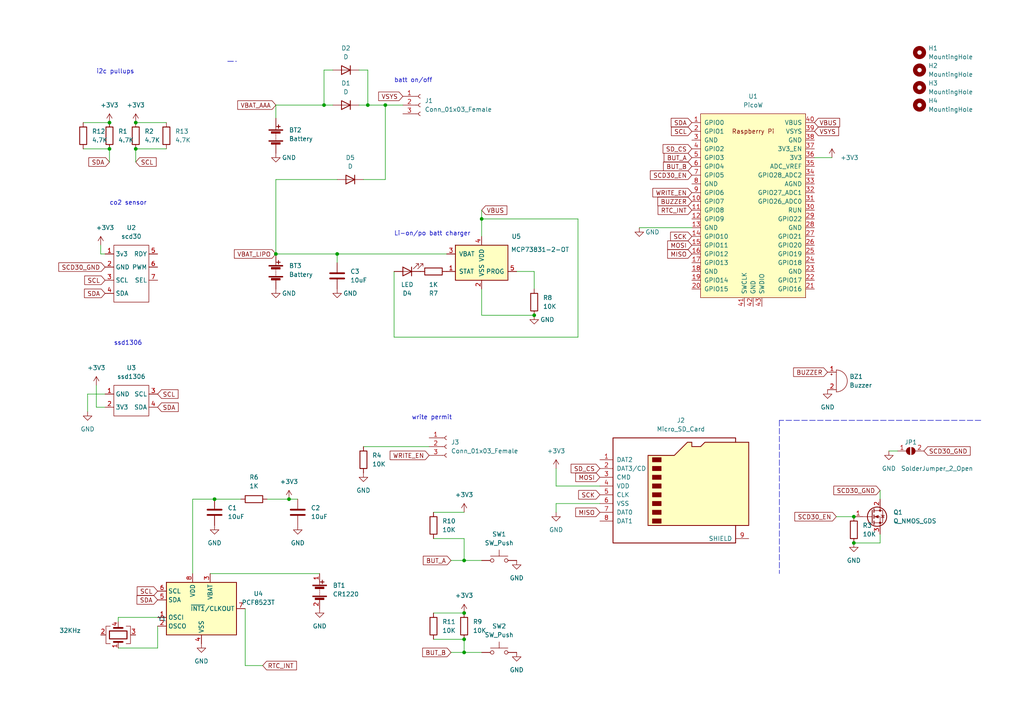
<source format=kicad_sch>
(kicad_sch (version 20211123) (generator eeschema)
  (paper "A4")
  (lib_symbols
    (symbol "Battery_1" (pin_names (offset 0) hide)
      (property "Reference" "BT" (at 2.54 2.54 0))
      (property "Value" "Battery_1" (at 2.54 0 0))
      (symbol "Battery_1_0_1"
        (rectangle (start -2.032 -1.397) (end 2.032 -1.651) (fill (type outline)))
        (rectangle (start -2.032 1.778) (end 2.032 1.524) (fill (type outline)))
        (rectangle (start -1.3208 -1.9812) (end 1.27 -2.4892) (fill (type outline)))
        (rectangle (start -1.3208 1.1938) (end 1.27 0.6858) (fill (type outline)))
        (polyline (pts (xy 0 -1.524) (xy 0 -1.27)))
        (polyline (pts (xy 0 -1.016) (xy 0 -0.762)))
        (polyline (pts (xy 0 -0.508) (xy 0 -0.254)))
        (polyline (pts (xy 0 0) (xy 0 0.254)))
        (polyline (pts (xy 0 0.508) (xy 0 0.762)))
        (polyline (pts (xy 0 1.778) (xy 0 2.54)))
        (polyline (pts (xy 0.254 2.667) (xy 1.27 2.667)) (stroke (width 0.254)))
        (polyline (pts (xy 0.762 3.175) (xy 0.762 2.159)) (stroke (width 0.254)))
      )
      (symbol "Battery_1_1_1"
        (pin passive line (at 0 5.08 270) (length 2.54) (name "+") (number "1"))
        (pin passive line (at 0 -5.08 90) (length 2.54) (name "-") (number "2"))
      )
    )
    (symbol "Battery_Management:MCP73831-2-OT" (pin_names (offset 1.016))
      (property "Reference" "U" (at -7.62 6.35 0))
      (property "Value" "MCP73831-2-OT" (at 1.27 6.35 0))
      (symbol "MCP73831-2-OT_0_1"
        (rectangle (start -7.62 5.08) (end 7.62 -5.08) (stroke (width 0.254)) (fill (type background)))
      )
      (symbol "MCP73831-2-OT_1_1"
        (pin output line (at 10.16 -2.54 180) (length 2.54) (name "STAT") (number "1"))
        (pin power_in line (at 0 -7.62 90) (length 2.54) (name "VSS") (number "2"))
        (pin power_out line (at 10.16 2.54 180) (length 2.54) (name "VBAT") (number "3"))
        (pin power_in line (at 0 7.62 270) (length 2.54) (name "VDD") (number "4"))
        (pin input line (at -10.16 -2.54 0) (length 2.54) (name "PROG") (number "5"))
      )
    )
    (symbol "Connector:Conn_01x03_Female" (pin_names (offset 1.016) hide)
      (property "Reference" "J" (at 0 5.08 0))
      (property "Value" "Conn_01x03_Female" (at 0 -5.08 0))
      (symbol "Conn_01x03_Female_1_1"
        (arc (start 0 -2.032) (mid -0.508 -2.54) (end 0 -3.048) (stroke (width 0.1524)))
        (polyline (pts (xy -1.27 -2.54) (xy -0.508 -2.54)) (stroke (width 0.1524)))
        (polyline (pts (xy -1.27 0) (xy -0.508 0)) (stroke (width 0.1524)))
        (polyline (pts (xy -1.27 2.54) (xy -0.508 2.54)) (stroke (width 0.1524)))
        (arc (start 0 0.508) (mid -0.508 0) (end 0 -0.508) (stroke (width 0.1524)))
        (arc (start 0 3.048) (mid -0.508 2.54) (end 0 2.032) (stroke (width 0.1524)))
        (pin passive line (at -5.08 2.54 0) (length 3.81) (name "Pin_1") (number "1"))
        (pin passive line (at -5.08 0 0) (length 3.81) (name "Pin_2") (number "2"))
        (pin passive line (at -5.08 -2.54 0) (length 3.81) (name "Pin_3") (number "3"))
      )
    )
    (symbol "Connector:Micro_SD_Card" (pin_names (offset 1.016))
      (property "Reference" "J" (at -16.51 15.24 0))
      (property "Value" "Micro_SD_Card" (at 16.51 15.24 0))
      (symbol "Micro_SD_Card_0_1"
        (rectangle (start -7.62 -9.525) (end -5.08 -10.795) (fill (type outline)))
        (rectangle (start -7.62 -6.985) (end -5.08 -8.255) (fill (type outline)))
        (rectangle (start -7.62 -4.445) (end -5.08 -5.715) (fill (type outline)))
        (rectangle (start -7.62 -1.905) (end -5.08 -3.175) (fill (type outline)))
        (rectangle (start -7.62 0.635) (end -5.08 -0.635) (fill (type outline)))
        (rectangle (start -7.62 3.175) (end -5.08 1.905) (fill (type outline)))
        (rectangle (start -7.62 5.715) (end -5.08 4.445) (fill (type outline)))
        (rectangle (start -7.62 8.255) (end -5.08 6.985) (fill (type outline)))
        (polyline (pts (xy 16.51 12.7) (xy 16.51 13.97) (xy -19.05 13.97) (xy -19.05 -16.51) (xy 16.51 -16.51) (xy 16.51 -11.43)) (stroke (width 0.254)))
        (polyline (pts (xy -8.89 -11.43) (xy -8.89 8.89) (xy -1.27 8.89) (xy 2.54 12.7) (xy 3.81 12.7) (xy 3.81 11.43) (xy 6.35 11.43) (xy 7.62 12.7) (xy 20.32 12.7) (xy 20.32 -11.43) (xy -8.89 -11.43)) (stroke (width 0.254)) (fill (type background)))
      )
      (symbol "Micro_SD_Card_1_1"
        (pin bidirectional line (at -22.86 7.62 0) (length 3.81) (name "DAT2") (number "1"))
        (pin bidirectional line (at -22.86 5.08 0) (length 3.81) (name "DAT3/CD") (number "2"))
        (pin input line (at -22.86 2.54 0) (length 3.81) (name "CMD") (number "3"))
        (pin power_in line (at -22.86 0 0) (length 3.81) (name "VDD") (number "4"))
        (pin input line (at -22.86 -2.54 0) (length 3.81) (name "CLK") (number "5"))
        (pin power_in line (at -22.86 -5.08 0) (length 3.81) (name "VSS") (number "6"))
        (pin bidirectional line (at -22.86 -7.62 0) (length 3.81) (name "DAT0") (number "7"))
        (pin bidirectional line (at -22.86 -10.16 0) (length 3.81) (name "DAT1") (number "8"))
        (pin passive line (at 20.32 -15.24 180) (length 3.81) (name "SHIELD") (number "9"))
      )
    )
    (symbol "Device:Battery" (pin_numbers hide) (pin_names (offset 0) hide)
      (property "Reference" "BT" (at 2.54 2.54 0))
      (property "Value" "Battery" (at 2.54 0 0))
      (symbol "Battery_0_1"
        (rectangle (start -2.032 -1.397) (end 2.032 -1.651) (fill (type outline)))
        (rectangle (start -2.032 1.778) (end 2.032 1.524) (fill (type outline)))
        (rectangle (start -1.3208 -1.9812) (end 1.27 -2.4892) (fill (type outline)))
        (rectangle (start -1.3208 1.1938) (end 1.27 0.6858) (fill (type outline)))
        (polyline (pts (xy 0 -1.524) (xy 0 -1.27)))
        (polyline (pts (xy 0 -1.016) (xy 0 -0.762)))
        (polyline (pts (xy 0 -0.508) (xy 0 -0.254)))
        (polyline (pts (xy 0 0) (xy 0 0.254)))
        (polyline (pts (xy 0 0.508) (xy 0 0.762)))
        (polyline (pts (xy 0 1.778) (xy 0 2.54)))
        (polyline (pts (xy 0.254 2.667) (xy 1.27 2.667)) (stroke (width 0.254)))
        (polyline (pts (xy 0.762 3.175) (xy 0.762 2.159)) (stroke (width 0.254)))
      )
      (symbol "Battery_1_1"
        (pin passive line (at 0 5.08 270) (length 2.54) (name "+") (number "1"))
        (pin passive line (at 0 -5.08 90) (length 2.54) (name "-") (number "2"))
      )
    )
    (symbol "Device:Buzzer" (pin_names (offset 0.0254) hide)
      (property "Reference" "BZ" (at 3.81 1.27 0))
      (property "Value" "Buzzer" (at 3.81 -1.27 0))
      (symbol "Buzzer_0_1"
        (arc (start 0 -3.175) (mid 3.175 0) (end 0 3.175))
        (polyline (pts (xy -1.651 1.905) (xy -1.143 1.905)))
        (polyline (pts (xy -1.397 2.159) (xy -1.397 1.651)))
        (polyline (pts (xy 0 3.175) (xy 0 -3.175)))
      )
      (symbol "Buzzer_1_1"
        (pin passive line (at -2.54 2.54 0) (length 2.54) (name "-") (number "1"))
        (pin passive line (at -2.54 -2.54 0) (length 2.54) (name "+") (number "2"))
      )
    )
    (symbol "Device:C" (pin_numbers hide) (pin_names (offset 0.254))
      (property "Reference" "C" (at 0.635 2.54 0))
      (property "Value" "C" (at 0.635 -2.54 0))
      (symbol "C_0_1"
        (polyline (pts (xy -2.032 -0.762) (xy 2.032 -0.762)) (stroke (width 0.508)))
        (polyline (pts (xy -2.032 0.762) (xy 2.032 0.762)) (stroke (width 0.508)))
      )
      (symbol "C_1_1"
        (pin passive line (at 0 3.81 270) (length 2.794) (name "~") (number "1"))
        (pin passive line (at 0 -3.81 90) (length 2.794) (name "~") (number "2"))
      )
    )
    (symbol "Device:Crystal_GND23" (pin_names (offset 1.016) hide)
      (property "Reference" "Y" (at 3.175 5.08 0))
      (property "Value" "Crystal_GND23" (at 3.175 3.175 0))
      (symbol "Crystal_GND23_0_1"
        (rectangle (start -1.143 2.54) (end 1.143 -2.54) (stroke (width 0.3048)))
        (polyline (pts (xy -2.54 0) (xy -2.032 0)))
        (polyline (pts (xy -2.032 -1.27) (xy -2.032 1.27)) (stroke (width 0.508)))
        (polyline (pts (xy 0 -3.81) (xy 0 -3.556)))
        (polyline (pts (xy 0 3.556) (xy 0 3.81)))
        (polyline (pts (xy 2.032 -1.27) (xy 2.032 1.27)) (stroke (width 0.508)))
        (polyline (pts (xy 2.032 0) (xy 2.54 0)))
        (polyline (pts (xy -2.54 -2.286) (xy -2.54 -3.556) (xy 2.54 -3.556) (xy 2.54 -2.286)))
        (polyline (pts (xy -2.54 2.286) (xy -2.54 3.556) (xy 2.54 3.556) (xy 2.54 2.286)))
      )
      (symbol "Crystal_GND23_1_1"
        (pin passive line (at -3.81 0 0) (length 1.27) (name "1") (number "1"))
        (pin passive line (at 0 5.08 270) (length 1.27) (name "2") (number "2"))
        (pin passive line (at 0 -5.08 90) (length 1.27) (name "3") (number "3"))
        (pin passive line (at 3.81 0 180) (length 1.27) (name "4") (number "4"))
      )
    )
    (symbol "Device:D" (pin_numbers hide) (pin_names (offset 1.016) hide)
      (property "Reference" "D" (at 0 2.54 0))
      (property "Value" "D" (at 0 -2.54 0))
      (symbol "D_0_1"
        (polyline (pts (xy -1.27 1.27) (xy -1.27 -1.27)) (stroke (width 0.254)))
        (polyline (pts (xy 1.27 0) (xy -1.27 0)))
        (polyline (pts (xy 1.27 1.27) (xy 1.27 -1.27) (xy -1.27 0) (xy 1.27 1.27)) (stroke (width 0.254)))
      )
      (symbol "D_1_1"
        (pin passive line (at -3.81 0 0) (length 2.54) (name "K") (number "1"))
        (pin passive line (at 3.81 0 180) (length 2.54) (name "A") (number "2"))
      )
    )
    (symbol "Device:LED" (pin_numbers hide) (pin_names (offset 1.016) hide)
      (property "Reference" "D" (at 0 2.54 0))
      (property "Value" "LED" (at 0 -2.54 0))
      (symbol "LED_0_1"
        (polyline (pts (xy -1.27 -1.27) (xy -1.27 1.27)) (stroke (width 0.254)))
        (polyline (pts (xy -1.27 0) (xy 1.27 0)))
        (polyline (pts (xy 1.27 -1.27) (xy 1.27 1.27) (xy -1.27 0) (xy 1.27 -1.27)) (stroke (width 0.254)))
        (polyline (pts (xy -3.048 -0.762) (xy -4.572 -2.286) (xy -3.81 -2.286) (xy -4.572 -2.286) (xy -4.572 -1.524)))
        (polyline (pts (xy -1.778 -0.762) (xy -3.302 -2.286) (xy -2.54 -2.286) (xy -3.302 -2.286) (xy -3.302 -1.524)))
      )
      (symbol "LED_1_1"
        (pin passive line (at -3.81 0 0) (length 2.54) (name "K") (number "1"))
        (pin passive line (at 3.81 0 180) (length 2.54) (name "A") (number "2"))
      )
    )
    (symbol "Device:Q_NMOS_GDS" (pin_names (offset 0) hide)
      (property "Reference" "Q" (at 5.08 1.27 0))
      (property "Value" "Q_NMOS_GDS" (at 5.08 -1.27 0))
      (symbol "Q_NMOS_GDS_0_1"
        (polyline (pts (xy 0.254 0) (xy -2.54 0)))
        (polyline (pts (xy 0.254 1.905) (xy 0.254 -1.905)) (stroke (width 0.254)))
        (polyline (pts (xy 0.762 -1.27) (xy 0.762 -2.286)) (stroke (width 0.254)))
        (polyline (pts (xy 0.762 0.508) (xy 0.762 -0.508)) (stroke (width 0.254)))
        (polyline (pts (xy 0.762 2.286) (xy 0.762 1.27)) (stroke (width 0.254)))
        (polyline (pts (xy 2.54 2.54) (xy 2.54 1.778)))
        (polyline (pts (xy 2.54 -2.54) (xy 2.54 0) (xy 0.762 0)))
        (polyline (pts (xy 0.762 -1.778) (xy 3.302 -1.778) (xy 3.302 1.778) (xy 0.762 1.778)))
        (polyline (pts (xy 1.016 0) (xy 2.032 0.381) (xy 2.032 -0.381) (xy 1.016 0)) (fill (type outline)))
        (polyline (pts (xy 2.794 0.508) (xy 2.921 0.381) (xy 3.683 0.381) (xy 3.81 0.254)))
        (polyline (pts (xy 3.302 0.381) (xy 2.921 -0.254) (xy 3.683 -0.254) (xy 3.302 0.381)))
        (circle (center 1.651 0) (radius 2.794) (stroke (width 0.254)))
        (circle (center 2.54 -1.778) (radius 0.254) (fill (type outline)))
        (circle (center 2.54 1.778) (radius 0.254) (fill (type outline)))
      )
      (symbol "Q_NMOS_GDS_1_1"
        (pin input line (at -5.08 0 0) (length 2.54) (name "G") (number "1"))
        (pin passive line (at 2.54 5.08 270) (length 2.54) (name "D") (number "2"))
        (pin passive line (at 2.54 -5.08 90) (length 2.54) (name "S") (number "3"))
      )
    )
    (symbol "Device:R" (pin_numbers hide) (pin_names (offset 0))
      (property "Reference" "R" (at 2.032 0 90))
      (property "Value" "R" (at 0 0 90))
      (symbol "R_0_1"
        (rectangle (start -1.016 -2.54) (end 1.016 2.54) (stroke (width 0.254)))
      )
      (symbol "R_1_1"
        (pin passive line (at 0 3.81 270) (length 1.27) (name "~") (number "1"))
        (pin passive line (at 0 -3.81 90) (length 1.27) (name "~") (number "2"))
      )
    )
    (symbol "Jumper:SolderJumper_2_Open" (pin_names (offset 0) hide)
      (property "Reference" "JP" (at 0 2.032 0))
      (property "Value" "SolderJumper_2_Open" (at 0 -2.54 0))
      (symbol "SolderJumper_2_Open_0_1"
        (arc (start -0.254 1.016) (mid -1.27 0) (end -0.254 -1.016))
        (arc (start -0.254 1.016) (mid -1.27 0) (end -0.254 -1.016) (fill (type outline)))
        (polyline (pts (xy -0.254 1.016) (xy -0.254 -1.016)))
        (polyline (pts (xy 0.254 1.016) (xy 0.254 -1.016)))
        (arc (start 0.254 -1.016) (mid 1.27 0) (end 0.254 1.016))
        (arc (start 0.254 -1.016) (mid 1.27 0) (end 0.254 1.016) (fill (type outline)))
      )
      (symbol "SolderJumper_2_Open_1_1"
        (pin passive line (at -3.81 0 0) (length 2.54) (name "A") (number "1"))
        (pin passive line (at 3.81 0 180) (length 2.54) (name "B") (number "2"))
      )
    )
    (symbol "Mechanical:MountingHole" (pin_names (offset 1.016))
      (property "Reference" "H" (at 0 5.08 0))
      (property "Value" "MountingHole" (at 0 3.175 0))
      (symbol "MountingHole_0_1"
        (circle (center 0 0) (radius 1.27) (stroke (width 1.27)))
      )
    )
    (symbol "RPi_Pico:PicoW" (pin_names (offset 1.016))
      (property "Reference" "U" (at -13.97 27.94 0))
      (property "Value" "PicoW" (at 0 19.05 0))
      (symbol "PicoW_0_0"
        (text "Raspberry Pi" (at 0 21.59 0) (effects (font (size 1.27 1.27))))
      )
      (symbol "PicoW_0_1"
        (rectangle (start -15.24 26.67) (end 15.24 -26.67) (fill (type background)))
      )
      (symbol "PicoW_1_1"
        (pin bidirectional line (at -17.78 24.13 0) (length 2.54) (name "GPIO0") (number "1"))
        (pin bidirectional line (at -17.78 1.27 0) (length 2.54) (name "GPIO7") (number "10"))
        (pin bidirectional line (at -17.78 -1.27 0) (length 2.54) (name "GPIO8") (number "11"))
        (pin bidirectional line (at -17.78 -3.81 0) (length 2.54) (name "GPIO9") (number "12"))
        (pin power_in line (at -17.78 -6.35 0) (length 2.54) (name "GND") (number "13"))
        (pin bidirectional line (at -17.78 -8.89 0) (length 2.54) (name "GPIO10") (number "14"))
        (pin bidirectional line (at -17.78 -11.43 0) (length 2.54) (name "GPIO11") (number "15"))
        (pin bidirectional line (at -17.78 -13.97 0) (length 2.54) (name "GPIO12") (number "16"))
        (pin bidirectional line (at -17.78 -16.51 0) (length 2.54) (name "GPIO13") (number "17"))
        (pin power_in line (at -17.78 -19.05 0) (length 2.54) (name "GND") (number "18"))
        (pin bidirectional line (at -17.78 -21.59 0) (length 2.54) (name "GPIO14") (number "19"))
        (pin bidirectional line (at -17.78 21.59 0) (length 2.54) (name "GPIO1") (number "2"))
        (pin bidirectional line (at -17.78 -24.13 0) (length 2.54) (name "GPIO15") (number "20"))
        (pin bidirectional line (at 17.78 -24.13 180) (length 2.54) (name "GPIO16") (number "21"))
        (pin bidirectional line (at 17.78 -21.59 180) (length 2.54) (name "GPIO17") (number "22"))
        (pin power_in line (at 17.78 -19.05 180) (length 2.54) (name "GND") (number "23"))
        (pin bidirectional line (at 17.78 -16.51 180) (length 2.54) (name "GPIO18") (number "24"))
        (pin bidirectional line (at 17.78 -13.97 180) (length 2.54) (name "GPIO19") (number "25"))
        (pin bidirectional line (at 17.78 -11.43 180) (length 2.54) (name "GPIO20") (number "26"))
        (pin bidirectional line (at 17.78 -8.89 180) (length 2.54) (name "GPIO21") (number "27"))
        (pin power_in line (at 17.78 -6.35 180) (length 2.54) (name "GND") (number "28"))
        (pin bidirectional line (at 17.78 -3.81 180) (length 2.54) (name "GPIO22") (number "29"))
        (pin power_in line (at -17.78 19.05 0) (length 2.54) (name "GND") (number "3"))
        (pin input line (at 17.78 -1.27 180) (length 2.54) (name "RUN") (number "30"))
        (pin bidirectional line (at 17.78 1.27 180) (length 2.54) (name "GPIO26_ADC0") (number "31"))
        (pin bidirectional line (at 17.78 3.81 180) (length 2.54) (name "GPIO27_ADC1") (number "32"))
        (pin power_in line (at 17.78 6.35 180) (length 2.54) (name "AGND") (number "33"))
        (pin bidirectional line (at 17.78 8.89 180) (length 2.54) (name "GPIO28_ADC2") (number "34"))
        (pin unspecified line (at 17.78 11.43 180) (length 2.54) (name "ADC_VREF") (number "35"))
        (pin unspecified line (at 17.78 13.97 180) (length 2.54) (name "3V3") (number "36"))
        (pin input line (at 17.78 16.51 180) (length 2.54) (name "3V3_EN") (number "37"))
        (pin bidirectional line (at 17.78 19.05 180) (length 2.54) (name "GND") (number "38"))
        (pin unspecified line (at 17.78 21.59 180) (length 2.54) (name "VSYS") (number "39"))
        (pin bidirectional line (at -17.78 16.51 0) (length 2.54) (name "GPIO2") (number "4"))
        (pin unspecified line (at 17.78 24.13 180) (length 2.54) (name "VBUS") (number "40"))
        (pin input line (at -2.54 -29.21 90) (length 2.54) (name "SWCLK") (number "41"))
        (pin power_in line (at 0 -29.21 90) (length 2.54) (name "GND") (number "42"))
        (pin bidirectional line (at 2.54 -29.21 90) (length 2.54) (name "SWDIO") (number "43"))
        (pin bidirectional line (at -17.78 13.97 0) (length 2.54) (name "GPIO3") (number "5"))
        (pin bidirectional line (at -17.78 11.43 0) (length 2.54) (name "GPIO4") (number "6"))
        (pin bidirectional line (at -17.78 8.89 0) (length 2.54) (name "GPIO5") (number "7"))
        (pin power_in line (at -17.78 6.35 0) (length 2.54) (name "GND") (number "8"))
        (pin bidirectional line (at -17.78 3.81 0) (length 2.54) (name "GPIO6") (number "9"))
      )
    )
    (symbol "Switch:SW_Push" (pin_numbers hide) (pin_names (offset 1.016) hide)
      (property "Reference" "SW" (at 1.27 2.54 0))
      (property "Value" "SW_Push" (at 0 -1.524 0))
      (symbol "SW_Push_0_1"
        (circle (center -2.032 0) (radius 0.508))
        (polyline (pts (xy 0 1.27) (xy 0 3.048)))
        (polyline (pts (xy 2.54 1.27) (xy -2.54 1.27)))
        (circle (center 2.032 0) (radius 0.508))
        (pin passive line (at -5.08 0 0) (length 2.54) (name "1") (number "1"))
        (pin passive line (at 5.08 0 180) (length 2.54) (name "2") (number "2"))
      )
    )
    (symbol "Timer_RTC:PCF8523T"
      (property "Reference" "U" (at -10.16 8.89 0))
      (property "Value" "PCF8523T" (at 3.81 8.89 0))
      (symbol "PCF8523T_0_1"
        (rectangle (start -10.16 7.62) (end 10.16 -7.62) (stroke (width 0.254)) (fill (type background)))
      )
      (symbol "PCF8523T_1_1"
        (pin input line (at -12.7 -2.54 0) (length 2.54) (name "OSCI") (number "1"))
        (pin output line (at -12.7 -5.08 0) (length 2.54) (name "OSCO") (number "2"))
        (pin power_in line (at 2.54 10.16 270) (length 2.54) (name "VBAT") (number "3"))
        (pin power_in line (at 0 -10.16 90) (length 2.54) (name "VSS") (number "4"))
        (pin bidirectional line (at -12.7 2.54 0) (length 2.54) (name "SDA") (number "5"))
        (pin input line (at -12.7 5.08 0) (length 2.54) (name "SCL") (number "6"))
        (pin open_collector line (at 12.7 0 180) (length 2.54) (name "~{INT1}/CLKOUT") (number "7"))
        (pin power_in line (at -2.54 10.16 270) (length 2.54) (name "VDD") (number "8"))
      )
    )
    (symbol "picoco2:ssd1306"
      (property "Reference" "U" (at 0 0 0))
      (property "Value" "ssd1306" (at 0 0 0))
      (symbol "ssd1306_0_1"
        (rectangle (start 3.81 -1.27) (end -6.35 -10.16))
      )
      (symbol "ssd1306_1_1"
        (pin input line (at -8.89 -3.81 0) (length 2.54) (name "GND") (number "1"))
        (pin input line (at -8.89 -7.62 0) (length 2.54) (name "3V3") (number "2"))
        (pin input line (at 6.35 -3.81 180) (length 2.54) (name "SCL") (number "3"))
        (pin input line (at 6.35 -7.62 180) (length 2.54) (name "SDA") (number "4"))
      )
    )
    (symbol "power:+3.3V" (power) (pin_names (offset 0))
      (property "Value" "+3.3V" (at 0 3.556 0))
      (symbol "+3.3V_0_1"
        (polyline (pts (xy -0.762 1.27) (xy 0 2.54)))
        (polyline (pts (xy 0 0) (xy 0 2.54)))
        (polyline (pts (xy 0 2.54) (xy 0.762 1.27)))
      )
      (symbol "+3.3V_1_1"
        (pin power_in line (at 0 0 90) (length 0) hide (name "+3V3") (number "1"))
      )
    )
    (symbol "power:+3V3" (power) (pin_names (offset 0))
      (property "Value" "+3V3" (at 0 3.556 0))
      (symbol "+3V3_0_1"
        (polyline (pts (xy -0.762 1.27) (xy 0 2.54)))
        (polyline (pts (xy 0 0) (xy 0 2.54)))
        (polyline (pts (xy 0 2.54) (xy 0.762 1.27)))
      )
      (symbol "+3V3_1_1"
        (pin power_in line (at 0 0 90) (length 0) hide (name "+3V3") (number "1"))
      )
    )
    (symbol "power:GND" (power) (pin_names (offset 0))
      (property "Value" "GND" (at 0 -3.81 0))
      (symbol "GND_0_1"
        (polyline (pts (xy 0 0) (xy 0 -1.27) (xy 1.27 -1.27) (xy 0 -2.54) (xy -1.27 -1.27) (xy 0 -1.27)))
      )
      (symbol "GND_1_1"
        (pin power_in line (at 0 0 270) (length 0) hide (name "GND") (number "1"))
      )
    )
    (symbol "scd30:scd30"
      (property "Reference" "U" (at 1.27 3.81 0))
      (property "Value" "scd30" (at 1.27 6.35 0))
      (symbol "scd30_0_1"
        (rectangle (start -3.81 2.54) (end 6.35 -13.97))
      )
      (symbol "scd30_1_1"
        (pin input line (at -6.35 0 0) (length 2.54) (name "3v3") (number "1"))
        (pin input line (at -6.35 -3.81 0) (length 2.54) (name "GND") (number "2"))
        (pin input line (at -6.35 -7.62 0) (length 2.54) (name "SCL") (number "3"))
        (pin input line (at -6.35 -11.43 0) (length 2.54) (name "SDA") (number "4"))
        (pin input line (at 8.89 0 180) (length 2.54) (name "RDY") (number "5"))
        (pin input line (at 8.89 -3.81 180) (length 2.54) (name "PWM") (number "6"))
        (pin input line (at 8.89 -7.62 180) (length 2.54) (name "SEL") (number "7"))
      )
    )
  )
  (junction (at 97.79 73.66))
  (junction (at 139.7 63.5))
  (junction (at 247.65 149.86))
  (junction (at 134.62 189.23))
  (junction (at 31.75 43.18))
  (junction (at 39.37 35.56))
  (junction (at 62.23 144.78))
  (junction (at 154.94 91.44))
  (junction (at 134.62 162.56))
  (junction (at 31.75 35.56))
  (junction (at 80.01 73.66))
  (junction (at 134.62 185.42))
  (junction (at 247.65 157.48))
  (junction (at 93.98 30.48))
  (junction (at 39.37 43.18))
  (junction (at 111.76 30.48))
  (junction (at 83.82 144.78))
  (junction (at 106.68 30.48))
  (junction (at 134.62 177.8))
  (wire (pts (xy 93.98 30.48) (xy 96.52 30.48)))
  (wire (pts (xy 31.75 43.18) (xy 31.75 46.99)))
  (wire (pts (xy 39.37 43.18) (xy 39.37 46.99)))
  (wire (pts (xy 173.99 140.97) (xy 161.29 140.97)))
  (wire (pts (xy 134.62 185.42) (xy 134.62 189.23)))
  (wire (pts (xy 134.62 189.23) (xy 139.7 189.23)))
  (wire (pts (xy 97.79 73.66) (xy 97.79 76.2)))
  (wire (pts (xy 130.81 162.56) (xy 134.62 162.56)))
  (wire (pts (xy 106.68 30.48) (xy 111.76 30.48)))
  (wire (pts (xy 83.82 144.78) (xy 86.36 144.78)))
  (wire (pts (xy 104.14 20.32) (xy 106.68 20.32)))
  (wire (pts (xy 27.94 111.76) (xy 27.94 118.11)))
  (wire (pts (xy 255.27 157.48) (xy 255.27 154.94)))
  (wire (pts (xy 62.23 144.78) (xy 55.88 144.78)))
  (wire (pts (xy 255.27 142.24) (xy 255.27 144.78)))
  (wire (pts (xy 93.98 20.32) (xy 93.98 30.48)))
  (wire (pts (xy 34.29 187.96) (xy 45.72 187.96)))
  (wire (pts (xy 167.64 97.79) (xy 167.64 63.5)))
  (wire (pts (xy 154.94 78.74) (xy 154.94 83.82)))
  (wire (pts (xy 45.72 179.07) (xy 34.29 179.07)))
  (wire (pts (xy 149.86 78.74) (xy 154.94 78.74)))
  (wire (pts (xy 60.96 166.37) (xy 92.71 166.37)))
  (wire (pts (xy 80.01 52.07) (xy 80.01 73.66)))
  (wire (pts (xy 105.41 129.54) (xy 124.46 129.54)))
  (wire (pts (xy 105.41 52.07) (xy 111.76 52.07)))
  (wire (pts (xy 34.29 179.07) (xy 34.29 180.34)))
  (wire (pts (xy 130.81 189.23) (xy 134.62 189.23)))
  (wire (pts (xy 242.57 149.86) (xy 247.65 149.86)))
  (polyline (pts (xy 284.48 121.92) (xy 226.06 121.92)))
  (wire (pts (xy 125.73 148.59) (xy 134.62 148.59)))
  (polyline (pts (xy 66.04 17.78) (xy 68.58 17.78)))
  (wire (pts (xy 111.76 52.07) (xy 111.76 30.48)))
  (wire (pts (xy 25.4 114.3) (xy 25.4 119.38)))
  (wire (pts (xy 125.73 177.8) (xy 134.62 177.8)))
  (wire (pts (xy 114.3 78.74) (xy 114.3 97.79)))
  (wire (pts (xy 236.22 45.72) (xy 241.3 45.72)))
  (wire (pts (xy 29.21 71.12) (xy 29.21 73.66)))
  (wire (pts (xy 167.64 63.5) (xy 139.7 63.5)))
  (wire (pts (xy 104.14 30.48) (xy 106.68 30.48)))
  (wire (pts (xy 80.01 73.66) (xy 97.79 73.66)))
  (wire (pts (xy 97.79 73.66) (xy 129.54 73.66)))
  (wire (pts (xy 39.37 43.18) (xy 48.26 43.18)))
  (wire (pts (xy 80.01 52.07) (xy 97.79 52.07)))
  (wire (pts (xy 30.48 114.3) (xy 25.4 114.3)))
  (wire (pts (xy 125.73 185.42) (xy 134.62 185.42)))
  (wire (pts (xy 30.48 73.66) (xy 29.21 73.66)))
  (wire (pts (xy 45.72 187.96) (xy 45.72 181.61)))
  (wire (pts (xy 30.48 118.11) (xy 27.94 118.11)))
  (wire (pts (xy 161.29 146.05) (xy 161.29 148.59)))
  (wire (pts (xy 24.13 43.18) (xy 31.75 43.18)))
  (wire (pts (xy 62.23 144.78) (xy 69.85 144.78)))
  (wire (pts (xy 111.76 30.48) (xy 116.84 30.48)))
  (wire (pts (xy 39.37 35.56) (xy 48.26 35.56)))
  (wire (pts (xy 185.42 66.04) (xy 200.66 66.04)))
  (wire (pts (xy 24.13 35.56) (xy 31.75 35.56)))
  (wire (pts (xy 139.7 83.82) (xy 139.7 91.44)))
  (wire (pts (xy 257.81 130.81) (xy 260.35 130.81)))
  (wire (pts (xy 125.73 156.21) (xy 134.62 156.21)))
  (wire (pts (xy 139.7 91.44) (xy 154.94 91.44)))
  (wire (pts (xy 55.88 144.78) (xy 55.88 166.37)))
  (wire (pts (xy 77.47 144.78) (xy 83.82 144.78)))
  (wire (pts (xy 139.7 63.5) (xy 139.7 68.58)))
  (wire (pts (xy 106.68 20.32) (xy 106.68 30.48)))
  (wire (pts (xy 71.12 176.53) (xy 71.12 193.04)))
  (wire (pts (xy 173.99 146.05) (xy 161.29 146.05)))
  (wire (pts (xy 134.62 156.21) (xy 134.62 162.56)))
  (wire (pts (xy 134.62 162.56) (xy 139.7 162.56)))
  (wire (pts (xy 80.01 30.48) (xy 93.98 30.48)))
  (wire (pts (xy 247.65 157.48) (xy 255.27 157.48)))
  (wire (pts (xy 139.7 60.96) (xy 139.7 63.5)))
  (wire (pts (xy 161.29 140.97) (xy 161.29 135.89)))
  (wire (pts (xy 96.52 20.32) (xy 93.98 20.32)))
  (wire (pts (xy 80.01 30.48) (xy 80.01 34.29)))
  (wire (pts (xy 71.12 193.04) (xy 76.2 193.04)))
  (wire (pts (xy 114.3 97.79) (xy 167.64 97.79)))
  (polyline (pts (xy 226.06 121.92) (xy 226.06 166.37)))
  (text "i2c pullups" (at 27.94 21.59 0) (effects (font (size 1.27 1.27)) (justify left bottom)))
  (text "write permit" (at 119.38 121.92 0) (effects (font (size 1.27 1.27)) (justify left bottom)))
  (text "batt on/off" (at 114.3 24.13 0) (effects (font (size 1.27 1.27)) (justify left bottom)))
  (text "Li-on/po batt charger" (at 114.3 68.58 0) (effects (font (size 1.27 1.27)) (justify left bottom)))
  (text "co2 sensor" (at 31.75 59.69 0) (effects (font (size 1.27 1.27)) (justify left bottom)))
  (text "ssd1306" (at 33.02 100.33 0) (effects (font (size 1.27 1.27)) (justify left bottom)))
  (global_label "SCL" (shape input) (at 45.72 171.45 180) (property "Intersheet References" "${INTERSHEET_REFS}" (effects hide)))
  (global_label "BUT_A" (shape input) (at 200.66 45.72 180) (property "Intersheet References" "${INTERSHEET_REFS}" (effects hide)))
  (global_label "SCL" (shape input) (at 200.66 38.1 180) (property "Intersheet References" "${INTERSHEET_REFS}" (effects hide)))
  (global_label "SCL" (shape input) (at 39.37 46.99 0) (property "Intersheet References" "${INTERSHEET_REFS}" (effects hide)))
  (global_label "SCD30_GND" (shape input) (at 255.27 142.24 180) (property "Intersheet References" "${INTERSHEET_REFS}" (effects hide)))
  (global_label "SCL" (shape input) (at 45.72 114.3 0) (property "Intersheet References" "${INTERSHEET_REFS}" (effects hide)))
  (global_label "BUZZER" (shape input) (at 240.03 107.95 180) (property "Intersheet References" "${INTERSHEET_REFS}" (effects hide)))
  (global_label "SDA" (shape input) (at 31.75 46.99 180) (property "Intersheet References" "${INTERSHEET_REFS}" (effects hide)))
  (global_label "MISO" (shape input) (at 173.99 148.59 180) (property "Intersheet References" "${INTERSHEET_REFS}" (effects hide)))
  (global_label "SCK" (shape input) (at 200.66 68.58 180) (property "Intersheet References" "${INTERSHEET_REFS}" (effects hide)))
  (global_label "RTC_INT" (shape input) (at 76.2 193.04 0) (property "Intersheet References" "${INTERSHEET_REFS}" (effects hide)))
  (global_label "WRITE_EN" (shape input) (at 124.46 132.08 180) (property "Intersheet References" "${INTERSHEET_REFS}" (effects hide)))
  (global_label "BUT_B" (shape input) (at 130.81 189.23 180) (property "Intersheet References" "${INTERSHEET_REFS}" (effects hide)))
  (global_label "MOSI" (shape input) (at 200.66 71.12 180) (property "Intersheet References" "${INTERSHEET_REFS}" (effects hide)))
  (global_label "MOSI" (shape input) (at 173.99 138.43 180) (property "Intersheet References" "${INTERSHEET_REFS}" (effects hide)))
  (global_label "SCD30_GND" (shape input) (at 267.97 130.81 0) (property "Intersheet References" "${INTERSHEET_REFS}" (effects hide)))
  (global_label "BUT_B" (shape input) (at 200.66 48.26 180) (property "Intersheet References" "${INTERSHEET_REFS}" (effects hide)))
  (global_label "BUT_A" (shape input) (at 130.81 162.56 180) (property "Intersheet References" "${INTERSHEET_REFS}" (effects hide)))
  (global_label "SD_CS" (shape input) (at 200.66 43.18 180) (property "Intersheet References" "${INTERSHEET_REFS}" (effects hide)))
  (global_label "SCD30_EN" (shape input) (at 242.57 149.86 180) (property "Intersheet References" "${INTERSHEET_REFS}" (effects hide)))
  (global_label "SDA" (shape input) (at 30.48 85.09 180) (property "Intersheet References" "${INTERSHEET_REFS}" (effects hide)))
  (global_label "SCD30_EN" (shape input) (at 200.66 50.8 180) (property "Intersheet References" "${INTERSHEET_REFS}" (effects hide)))
  (global_label "VBUS" (shape input) (at 139.7 60.96 0) (property "Intersheet References" "${INTERSHEET_REFS}" (effects hide)))
  (global_label "VSYS" (shape input) (at 236.22 38.1 0) (property "Intersheet References" "${INTERSHEET_REFS}" (effects hide)))
  (global_label "SCD30_GND" (shape input) (at 30.48 77.47 180) (property "Intersheet References" "${INTERSHEET_REFS}" (effects hide)))
  (global_label "WRITE_EN" (shape input) (at 200.66 55.88 180) (property "Intersheet References" "${INTERSHEET_REFS}" (effects hide)))
  (global_label "BUZZER" (shape input) (at 200.66 58.42 180) (property "Intersheet References" "${INTERSHEET_REFS}" (effects hide)))
  (global_label "VSYS" (shape input) (at 116.84 27.94 180) (property "Intersheet References" "${INTERSHEET_REFS}" (effects hide)))
  (global_label "VBAT_AAA" (shape input) (at 80.01 30.48 180) (property "Intersheet References" "${INTERSHEET_REFS}" (effects hide)))
  (global_label "SDA" (shape input) (at 45.72 118.11 0) (property "Intersheet References" "${INTERSHEET_REFS}" (effects hide)))
  (global_label "SCK" (shape input) (at 173.99 143.51 180) (property "Intersheet References" "${INTERSHEET_REFS}" (effects hide)))
  (global_label "VBAT_LIPO" (shape input) (at 80.01 73.66 180) (property "Intersheet References" "${INTERSHEET_REFS}" (effects hide)))
  (global_label "SDA" (shape input) (at 200.66 35.56 180) (property "Intersheet References" "${INTERSHEET_REFS}" (effects hide)))
  (global_label "VBUS" (shape input) (at 236.22 35.56 0) (property "Intersheet References" "${INTERSHEET_REFS}" (effects hide)))
  (global_label "SCL" (shape input) (at 30.48 81.28 180) (property "Intersheet References" "${INTERSHEET_REFS}" (effects hide)))
  (global_label "SDA" (shape input) (at 45.72 173.99 180) (property "Intersheet References" "${INTERSHEET_REFS}" (effects hide)))
  (global_label "RTC_INT" (shape input) (at 200.66 60.96 180) (property "Intersheet References" "${INTERSHEET_REFS}" (effects hide)))
  (global_label "SD_CS" (shape input) (at 173.99 135.89 180) (property "Intersheet References" "${INTERSHEET_REFS}" (effects hide)))
  (global_label "MISO" (shape input) (at 200.66 73.66 180) (property "Intersheet References" "${INTERSHEET_REFS}" (effects hide)))
  (symbol (lib_id "Device:R") (at 125.73 181.61 0) (unit 1)
    (property "Reference" "R11" (at 128.27 180.3399 0) (effects (justify left)))
    (property "Value" "10K" (at 128.27 182.8799 0) (effects (justify left)))
    (property "Footprint" "Resistor_THT:R_Axial_DIN0204_L3.6mm_D1.6mm_P7.62mm_Horizontal" (effects hide))
  )
  (symbol (lib_id "Connector:Conn_01x03_Female") (at 121.92 30.48 0) (unit 1)
    (property "Reference" "J1" (at 123.19 29.2099 0) (effects (justify left)))
    (property "Value" "Conn_01x03_Female" (at 123.19 31.7499 0) (effects (justify left)))
    (property "Footprint" "Connector_PinSocket_2.54mm:PinSocket_1x03_P2.54mm_Vertical" (effects hide))
  )
  (symbol (lib_id "Device:Crystal_GND23") (at 34.29 184.15 90) (unit 1)
    (property "Reference" "Y1" (at 46.99 179.451 90))
    (property "Value" "32KHz" (at 20.32 182.88 90))
    (property "Footprint" "Crystal:Crystal_SMD_Abracon_ABS25-4Pin_8.0x3.8mm" (effects hide))
  )
  (symbol (lib_id "power:GND") (at 247.65 157.48 0) (unit 1)
    (property "Reference" "#PWR0122" (effects hide))
    (property "Value" "GND" (at 247.65 162.56 0))
  )
  (symbol (lib_id "power:+3V3") (at 27.94 111.76 0) (unit 1)
    (property "Reference" "#PWR0105" (effects hide))
    (property "Value" "+3V3" (at 27.94 106.68 0))
  )
  (symbol (lib_id "power:+3V3") (at 134.62 148.59 0) (unit 1)
    (property "Reference" "#PWR0121" (effects hide))
    (property "Value" "+3V3" (at 134.62 143.51 0))
  )
  (symbol (lib_id "Mechanical:MountingHole") (at 266.7 20.32 0) (unit 1)
    (property "Reference" "H2" (at 269.24 19.0499 0) (effects (justify left)))
    (property "Value" "MountingHole" (at 269.24 21.5899 0) (effects (justify left)))
    (property "Footprint" "MountingHole:MountingHole_3.2mm_M3" (effects hide))
  )
  (symbol (lib_id "Connector:Micro_SD_Card") (at 196.85 140.97 0) (unit 1)
    (property "Reference" "J2" (at 197.485 121.92 0))
    (property "Value" "Micro_SD_Card" (at 197.485 124.46 0))
    (property "Footprint" "picoco2:DM3D-SF_outline" (effects hide))
    (property "Datasheet" "http://katalog.we-online.de/em/datasheet/693072010801.pdf" (effects hide))
  )
  (symbol (lib_id "Device:D") (at 100.33 20.32 180) (unit 1)
    (property "Reference" "D2" (at 100.33 13.97 0))
    (property "Value" "D" (at 100.33 16.51 0))
    (property "Footprint" "Diode_THT:D_5W_P10.16mm_Horizontal" (effects hide))
  )
  (symbol (lib_id "Device:R") (at 125.73 78.74 90) (unit 1)
    (property "Reference" "R7" (at 125.73 85.09 90))
    (property "Value" "1K" (at 125.73 82.55 90))
    (property "Footprint" "Resistor_SMD:R_0603_1608Metric_Pad0.98x0.95mm_HandSolder" (effects hide))
  )
  (symbol (lib_name "Battery_1") (lib_id "Device:Battery") (at 92.71 171.45 0) (unit 1)
    (property "Reference" "BT1" (at 96.52 169.7989 0) (effects (justify left)))
    (property "Value" "CR1220" (at 96.52 172.3389 0) (effects (justify left)))
    (property "Footprint" "picoco2:CR1220-2" (effects hide))
  )
  (symbol (lib_id "Device:C") (at 62.23 148.59 0) (unit 1)
    (property "Reference" "C1" (at 66.04 147.3199 0) (effects (justify left)))
    (property "Value" "10uF" (at 66.04 149.8599 0) (effects (justify left)))
    (property "Footprint" "Capacitor_SMD:C_0603_1608Metric_Pad1.08x0.95mm_HandSolder" (effects hide))
  )
  (symbol (lib_id "Device:R") (at 154.94 87.63 0) (unit 1)
    (property "Reference" "R8" (at 157.48 86.3599 0) (effects (justify left)))
    (property "Value" "10K" (at 157.48 88.8999 0) (effects (justify left)))
    (property "Footprint" "Resistor_SMD:R_0603_1608Metric_Pad0.98x0.95mm_HandSolder" (effects hide))
  )
  (symbol (lib_id "power:GND") (at 80.01 44.45 0) (unit 1)
    (property "Reference" "#PWR0107" (effects hide))
    (property "Value" "GND" (at 83.82 45.72 0))
  )
  (symbol (lib_id "power:GND") (at 161.29 148.59 0) (unit 1)
    (property "Reference" "#PWR0119" (effects hide))
    (property "Value" "GND" (at 161.29 153.67 0))
  )
  (symbol (lib_id "Device:Q_NMOS_GDS") (at 252.73 149.86 0) (unit 1)
    (property "Reference" "Q1" (at 259.08 148.5899 0) (effects (justify left)))
    (property "Value" "Q_NMOS_GDS" (at 259.08 151.1299 0) (effects (justify left)))
    (property "Footprint" "Package_TO_SOT_SMD:SOT-23" (effects hide))
  )
  (symbol (lib_id "Timer_RTC:PCF8523T") (at 58.42 176.53 0) (unit 1)
    (property "Reference" "U4" (at 74.93 172.1993 0))
    (property "Value" "PCF8523T" (at 74.93 174.7393 0))
    (property "Footprint" "Package_SO:SOIC-8_3.9x4.9mm_P1.27mm" (effects hide))
    (property "Datasheet" "https://www.nxp.com/docs/en/data-sheet/PCF8523.pdf" (effects hide))
  )
  (symbol (lib_id "Device:R") (at 39.37 39.37 0) (unit 1)
    (property "Reference" "R2" (at 41.91 38.0999 0) (effects (justify left)))
    (property "Value" "4.7K" (at 41.91 40.6399 0) (effects (justify left)))
    (property "Footprint" "Resistor_SMD:R_0603_1608Metric_Pad0.98x0.95mm_HandSolder" (effects hide))
  )
  (symbol (lib_id "Device:R") (at 24.13 39.37 0) (unit 1)
    (property "Reference" "R12" (at 26.67 38.0999 0) (effects (justify left)))
    (property "Value" "4.7K" (at 26.67 40.6399 0) (effects (justify left)))
    (property "Footprint" "Resistor_THT:R_Axial_DIN0204_L3.6mm_D1.6mm_P7.62mm_Horizontal" (effects hide))
  )
  (symbol (lib_id "Device:R") (at 31.75 39.37 0) (unit 1)
    (property "Reference" "R1" (at 34.29 38.0999 0) (effects (justify left)))
    (property "Value" "4.7K" (at 34.29 40.6399 0) (effects (justify left)))
    (property "Footprint" "Resistor_SMD:R_0603_1608Metric_Pad0.98x0.95mm_HandSolder" (effects hide))
  )
  (symbol (lib_id "Device:R") (at 48.26 39.37 0) (unit 1)
    (property "Reference" "R13" (at 50.8 38.0999 0) (effects (justify left)))
    (property "Value" "4.7K" (at 50.8 40.6399 0) (effects (justify left)))
    (property "Footprint" "Resistor_THT:R_Axial_DIN0204_L3.6mm_D1.6mm_P7.62mm_Horizontal" (effects hide))
  )
  (symbol (lib_id "power:GND") (at 97.79 83.82 0) (unit 1)
    (property "Reference" "#PWR0113" (effects hide))
    (property "Value" "GND" (at 101.6 85.09 0))
  )
  (symbol (lib_id "Device:Battery") (at 80.01 78.74 0) (unit 1)
    (property "Reference" "BT3" (at 83.82 77.0889 0) (effects (justify left)))
    (property "Value" "Battery" (at 83.82 79.6289 0) (effects (justify left)))
    (property "Footprint" "Connector_JST:JST_PH_S2B-PH-SM4-TB_1x02-1MP_P2.00mm_Horizontal" (effects hide))
  )
  (symbol (lib_id "Device:C") (at 86.36 148.59 0) (unit 1)
    (property "Reference" "C2" (at 90.17 147.3199 0) (effects (justify left)))
    (property "Value" "10uF" (at 90.17 149.8599 0) (effects (justify left)))
    (property "Footprint" "Capacitor_SMD:C_0603_1608Metric_Pad1.08x0.95mm_HandSolder" (effects hide))
  )
  (symbol (lib_id "power:GND") (at 25.4 119.38 0) (unit 1)
    (property "Reference" "#PWR0106" (effects hide))
    (property "Value" "GND" (at 25.4 124.46 0))
  )
  (symbol (lib_id "power:GND") (at 154.94 91.44 0) (unit 1)
    (property "Reference" "#PWR0114" (effects hide))
    (property "Value" "GND" (at 158.75 92.71 0))
  )
  (symbol (lib_id "RPi_Pico:PicoW") (at 218.44 59.69 0) (unit 1)
    (property "Reference" "U1" (at 218.44 27.94 0))
    (property "Value" "PicoW" (at 218.44 30.48 0))
    (property "Footprint" "RPi_Pico:RPi_PicoW_SMD" (effects hide))
  )
  (symbol (lib_id "Device:R") (at 73.66 144.78 90) (unit 1)
    (property "Reference" "R6" (at 73.66 138.43 90))
    (property "Value" "1K" (at 73.66 140.97 90))
    (property "Footprint" "Resistor_SMD:R_0603_1608Metric_Pad0.98x0.95mm_HandSolder" (effects hide))
  )
  (symbol (lib_id "power:GND") (at 149.86 162.56 0) (unit 1)
    (property "Reference" "#PWR0116" (effects hide))
    (property "Value" "GND" (at 149.86 167.64 0))
  )
  (symbol (lib_id "Device:R") (at 247.65 153.67 0) (unit 1)
    (property "Reference" "R3" (at 250.19 152.3999 0) (effects (justify left)))
    (property "Value" "10K" (at 250.19 154.9399 0) (effects (justify left)))
    (property "Footprint" "Resistor_SMD:R_0603_1608Metric_Pad0.98x0.95mm_HandSolder" (effects hide))
  )
  (symbol (lib_id "power:GND") (at 257.81 130.81 0) (unit 1)
    (property "Reference" "#PWR0124" (effects hide))
    (property "Value" "GND" (at 257.81 135.89 0))
  )
  (symbol (lib_id "power:+3V3") (at 161.29 135.89 0) (unit 1)
    (property "Reference" "#PWR0120" (effects hide))
    (property "Value" "+3V3" (at 161.29 130.81 0))
  )
  (symbol (lib_id "scd30:scd30") (at 36.83 73.66 0) (unit 1)
    (property "Reference" "U2" (at 38.1 66.04 0))
    (property "Value" "scd30" (at 38.1 68.58 0))
    (property "Footprint" "picoco2:scd30_a" (effects hide))
  )
  (symbol (lib_id "Mechanical:MountingHole") (at 266.7 15.24 0) (unit 1)
    (property "Reference" "H1" (at 269.24 13.9699 0) (effects (justify left)))
    (property "Value" "MountingHole" (at 269.24 16.5099 0) (effects (justify left)))
    (property "Footprint" "MountingHole:MountingHole_3.2mm_M3" (effects hide))
  )
  (symbol (lib_id "power:+3.3V") (at 241.3 45.72 0) (unit 1)
    (property "Reference" "#PWR0126" (effects hide))
    (property "Value" "+3.3V" (at 246.38 45.72 0))
  )
  (symbol (lib_id "Device:D") (at 101.6 52.07 180) (unit 1)
    (property "Reference" "D5" (at 101.6 45.72 0))
    (property "Value" "D" (at 101.6 48.26 0))
    (property "Footprint" "Diode_SMD:D_SOD-123F" (effects hide))
  )
  (symbol (lib_id "power:+3V3") (at 29.21 71.12 0) (unit 1)
    (property "Reference" "#PWR0104" (effects hide))
    (property "Value" "+3V3" (at 30.48 66.04 0))
  )
  (symbol (lib_id "Device:D") (at 100.33 30.48 180) (unit 1)
    (property "Reference" "D1" (at 100.33 24.13 0))
    (property "Value" "D" (at 100.33 26.67 0))
    (property "Footprint" "Diode_SMD:D_SOD-123F" (effects hide))
  )
  (symbol (lib_id "power:GND") (at 62.23 152.4 0) (unit 1)
    (property "Reference" "#PWR0112" (effects hide))
    (property "Value" "GND" (at 62.23 157.48 0))
  )
  (symbol (lib_id "Device:R") (at 134.62 181.61 0) (unit 1)
    (property "Reference" "R9" (at 137.16 180.3399 0) (effects (justify left)))
    (property "Value" "10K" (at 137.16 182.8799 0) (effects (justify left)))
    (property "Footprint" "Resistor_SMD:R_0603_1608Metric_Pad0.98x0.95mm_HandSolder" (effects hide))
  )
  (symbol (lib_id "Device:R") (at 105.41 133.35 0) (unit 1)
    (property "Reference" "R4" (at 107.95 132.0799 0) (effects (justify left)))
    (property "Value" "10K" (at 107.95 134.6199 0) (effects (justify left)))
    (property "Footprint" "Resistor_SMD:R_0603_1608Metric_Pad0.98x0.95mm_HandSolder" (effects hide))
  )
  (symbol (lib_id "Device:R") (at 125.73 152.4 0) (unit 1)
    (property "Reference" "R10" (at 128.27 151.1299 0) (effects (justify left)))
    (property "Value" "10K" (at 128.27 153.6699 0) (effects (justify left)))
    (property "Footprint" "Resistor_THT:R_Axial_DIN0204_L3.6mm_D1.6mm_P7.62mm_Horizontal" (effects hide))
  )
  (symbol (lib_id "power:+3V3") (at 39.37 35.56 0) (unit 1)
    (property "Reference" "#PWR0102" (effects hide))
    (property "Value" "+3V3" (at 39.37 30.48 0))
  )
  (symbol (lib_id "picoco2:ssd1306") (at 39.37 110.49 0) (unit 1)
    (property "Reference" "U3" (at 38.1 106.68 0))
    (property "Value" "ssd1306" (at 38.1 109.22 0))
    (property "Footprint" "picoco2:ssd1306_a" (effects hide))
  )
  (symbol (lib_id "power:GND") (at 240.03 113.03 0) (unit 1)
    (property "Reference" "#PWR0123" (effects hide))
    (property "Value" "GND" (at 240.03 118.11 0))
  )
  (symbol (lib_id "Mechanical:MountingHole") (at 266.7 30.48 0) (unit 1)
    (property "Reference" "H4" (at 269.24 29.2099 0) (effects (justify left)))
    (property "Value" "MountingHole" (at 269.24 31.7499 0) (effects (justify left)))
    (property "Footprint" "MountingHole:MountingHole_3.2mm_M3" (effects hide))
  )
  (symbol (lib_id "Battery_Management:MCP73831-2-OT") (at 139.7 76.2 0) (mirror y) (unit 1)
    (property "Reference" "U5" (at 151.13 68.58 0) (effects (justify left)))
    (property "Value" "MCP73831-2-OT" (at 165.1 72.39 0) (effects (justify left)))
    (property "Footprint" "Package_TO_SOT_SMD:SOT-23-5" (effects hide))
    (property "Datasheet" "http://ww1.microchip.com/downloads/en/DeviceDoc/20001984g.pdf" (effects hide))
  )
  (symbol (lib_id "Connector:Conn_01x03_Female") (at 129.54 129.54 0) (unit 1)
    (property "Reference" "J3" (at 130.81 128.2699 0) (effects (justify left)))
    (property "Value" "Conn_01x03_Female" (at 130.81 130.8099 0) (effects (justify left)))
    (property "Footprint" "Connector_PinSocket_2.54mm:PinSocket_1x03_P2.54mm_Vertical" (effects hide))
  )
  (symbol (lib_id "Device:LED") (at 118.11 78.74 180) (unit 1)
    (property "Reference" "D4" (at 118.11 85.09 0))
    (property "Value" "LED" (at 118.11 82.55 0))
    (property "Footprint" "LED_SMD:LED_0603_1608Metric_Pad1.05x0.95mm_HandSolder" (effects hide))
  )
  (symbol (lib_id "power:GND") (at 149.86 189.23 0) (unit 1)
    (property "Reference" "#PWR0117" (effects hide))
    (property "Value" "GND" (at 149.86 194.31 0))
  )
  (symbol (lib_id "power:+3V3") (at 134.62 177.8 0) (unit 1)
    (property "Reference" "#PWR0118" (effects hide))
    (property "Value" "+3V3" (at 134.62 172.72 0))
  )
  (symbol (lib_id "power:+3V3") (at 83.82 144.78 0) (unit 1)
    (property "Reference" "#PWR0111" (effects hide))
    (property "Value" "+3V3" (at 83.82 139.7 0))
  )
  (symbol (lib_id "Mechanical:MountingHole") (at 266.7 25.4 0) (unit 1)
    (property "Reference" "H3" (at 269.24 24.1299 0) (effects (justify left)))
    (property "Value" "MountingHole" (at 269.24 26.6699 0) (effects (justify left)))
    (property "Footprint" "MountingHole:MountingHole_3.2mm_M3" (effects hide))
  )
  (symbol (lib_id "Switch:SW_Push") (at 144.78 162.56 0) (unit 1)
    (property "Reference" "SW1" (at 144.78 154.94 0))
    (property "Value" "SW_Push" (at 144.78 157.48 0))
    (property "Footprint" "Button_Switch_THT:SW_Tactile_SPST_Angled_PTS645Vx31-2LFS" (effects hide))
  )
  (symbol (lib_id "power:GND") (at 92.71 176.53 0) (unit 1)
    (property "Reference" "#PWR0108" (effects hide))
    (property "Value" "GND" (at 92.71 181.61 0))
  )
  (symbol (lib_id "power:GND") (at 80.01 83.82 0) (unit 1)
    (property "Reference" "#PWR0115" (effects hide))
    (property "Value" "GND" (at 83.82 85.09 0))
  )
  (symbol (lib_id "Jumper:SolderJumper_2_Open") (at 264.16 130.81 0) (unit 1)
    (property "Reference" "JP1" (at 264.16 128.27 0))
    (property "Value" "SolderJumper_2_Open" (at 271.78 135.89 0))
    (property "Footprint" "Jumper:SolderJumper-2_P1.3mm_Open_Pad1.0x1.5mm" (effects hide))
  )
  (symbol (lib_id "Device:Battery") (at 80.01 39.37 0) (unit 1)
    (property "Reference" "BT2" (at 83.82 37.7189 0) (effects (justify left)))
    (property "Value" "Battery" (at 83.82 40.2589 0) (effects (justify left)))
    (property "Footprint" "Battery:BatteryHolder_Keystone_2468_2xAAA" (effects hide))
  )
  (symbol (lib_id "power:GND") (at 58.42 186.69 0) (unit 1)
    (property "Reference" "#PWR0109" (effects hide))
    (property "Value" "GND" (at 58.42 191.77 0))
  )
  (symbol (lib_id "power:GND") (at 86.36 152.4 0) (unit 1)
    (property "Reference" "#PWR0110" (effects hide))
    (property "Value" "GND" (at 86.36 157.48 0))
  )
  (symbol (lib_id "power:GND") (at 105.41 137.16 0) (unit 1)
    (property "Reference" "#PWR0103" (effects hide))
    (property "Value" "GND" (at 105.41 142.24 0))
  )
  (symbol (lib_id "power:+3V3") (at 31.75 35.56 0) (unit 1)
    (property "Reference" "#PWR0101" (effects hide))
    (property "Value" "+3V3" (at 31.75 30.48 0))
  )
  (symbol (lib_id "Switch:SW_Push") (at 144.78 189.23 0) (unit 1)
    (property "Reference" "SW2" (at 144.78 181.61 0))
    (property "Value" "SW_Push" (at 144.78 184.15 0))
    (property "Footprint" "Button_Switch_THT:SW_Tactile_SPST_Angled_PTS645Vx31-2LFS" (effects hide))
  )
  (symbol (lib_id "Device:Buzzer") (at 242.57 110.49 0) (unit 1)
    (property "Reference" "BZ1" (at 246.38 109.2199 0) (effects (justify left)))
    (property "Value" "Buzzer" (at 246.38 111.7599 0) (effects (justify left)))
    (property "Footprint" "Buzzer_Beeper:MagneticBuzzer_Kobitone_254-EMB84Q-RO" (effects hide))
  )
  (symbol (lib_id "Device:C") (at 97.79 80.01 0) (unit 1)
    (property "Reference" "C3" (at 101.6 78.7399 0) (effects (justify left)))
    (property "Value" "10uF" (at 101.6 81.2799 0) (effects (justify left)))
    (property "Footprint" "Capacitor_SMD:C_0603_1608Metric_Pad1.08x0.95mm_HandSolder" (effects hide))
  )
  (symbol (lib_id "power:GND") (at 185.42 66.04 0) (unit 1)
    (property "Reference" "#PWR?" (effects hide))
    (property "Value" "GND" (at 189.23 67.31 0))
  )
)
</source>
